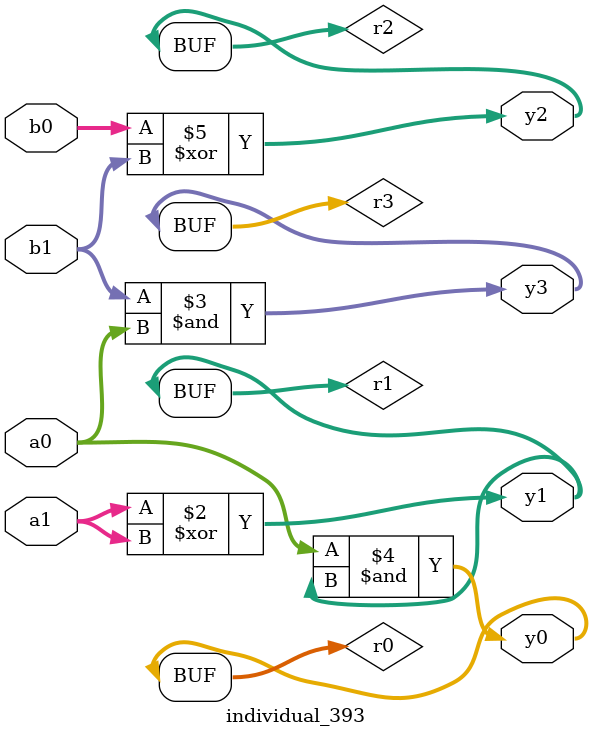
<source format=sv>
module individual_393(input logic [15:0] a1, input logic [15:0] a0, input logic [15:0] b1, input logic [15:0] b0, output logic [15:0] y3, output logic [15:0] y2, output logic [15:0] y1, output logic [15:0] y0);
logic [15:0] r0, r1, r2, r3; 
 always@(*) begin 
	 r0 = a0; r1 = a1; r2 = b0; r3 = b1; 
 	 r1  ^=  r1 ;
 	 r3  &=  a0 ;
 	 r0  &=  r1 ;
 	 r2  ^=  b1 ;
 	 y3 = r3; y2 = r2; y1 = r1; y0 = r0; 
end
endmodule
</source>
